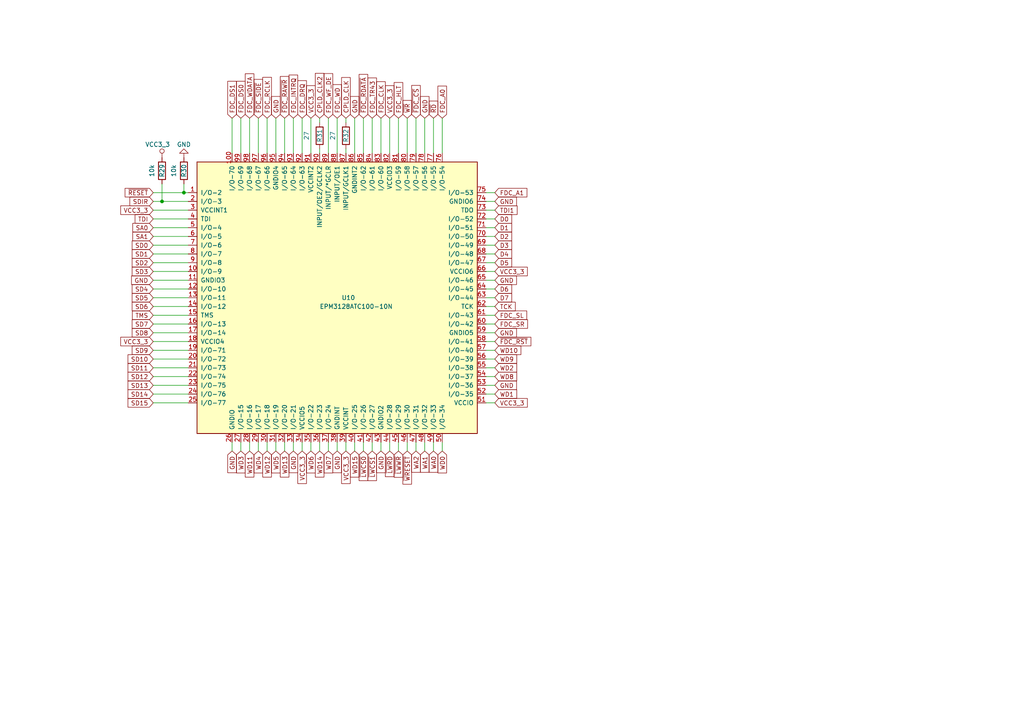
<source format=kicad_sch>
(kicad_sch (version 20250114) (generator "eeschema") (generator_version "9.0")
  (paper "A4")
  (title_block (title "Karabas Pro") (date "2024-05-01") (rev "F"))
  (lib_symbols
    (symbol "Device:R" (pin_numbers (hide yes)) (pin_names (offset 0))
      (property "Reference" "R" (at 2.032 0 90))
      (property "Value" "R" (at 0 0 90))
      (symbol "R_0_1"
        (rectangle (start -1.016 -2.54) (end 1.016 2.54) (stroke (width 0.254)))
      )
      (symbol "R_1_1"
        (pin passive line (at 0 3.81 270) (length 1.27) (name "~") (number "1"))
        (pin passive line (at 0 -3.81 90) (length 1.27) (name "~") (number "2"))
      )
    )
    (symbol "power:GND" (power) (pin_names (offset 0))
      (property "Value" "GND" (at 0 -3.81 0))
      (symbol "GND_0_1"
        (polyline (pts (xy 0 0) (xy 0 -1.27) (xy 1.27 -1.27) (xy 0 -2.54) (xy -1.27 -1.27) (xy 0 -1.27)))
      )
      (symbol "GND_1_1"
        (pin power_in line (at 0 0 270) (length 0) (hide yes) (name "GND") (number "1"))
      )
    )
    (symbol "retro:EPM7128STC100" (pin_names (offset 1.016))
      (property "Reference" "U" (at -2.54 6.35 0))
      (property "Value" "EPM7128STC100" (at -2.54 2.54 0))
      (symbol "EPM7128STC100_0_1"
        (rectangle (start -43.18 43.18) (end 38.1 -35.56) (stroke (width 0.254)) (fill (type background)))
      )
      (symbol "EPM7128STC100_1_1"
        (pin bidirectional line (at -45.72 34.29 0) (length 2.54) (name "I/O-2") (number "1"))
        (pin bidirectional line (at -45.72 31.75 0) (length 2.54) (name "I/O-3") (number "2"))
        (pin power_in line (at -45.72 29.21 0) (length 2.54) (name "VCCINT1") (number "3"))
        (pin input line (at -45.72 26.67 0) (length 2.54) (name "TDI") (number "4"))
        (pin bidirectional line (at -45.72 24.13 0) (length 2.54) (name "I/O-4") (number "5"))
        (pin bidirectional line (at -45.72 21.59 0) (length 2.54) (name "I/O-5") (number "6"))
        (pin bidirectional line (at -45.72 19.05 0) (length 2.54) (name "I/O-6") (number "7"))
        (pin bidirectional line (at -45.72 16.51 0) (length 2.54) (name "I/O-7") (number "8"))
        (pin bidirectional line (at -45.72 13.97 0) (length 2.54) (name "I/O-8") (number "9"))
        (pin bidirectional line (at -45.72 11.43 0) (length 2.54) (name "I/O-9") (number "10"))
        (pin power_in line (at -45.72 8.89 0) (length 2.54) (name "GNDIO3") (number "11"))
        (pin bidirectional line (at -45.72 6.35 0) (length 2.54) (name "I/O-10") (number "12"))
        (pin bidirectional line (at -45.72 3.81 0) (length 2.54) (name "I/O-11") (number "13"))
        (pin bidirectional line (at -45.72 1.27 0) (length 2.54) (name "I/O-12") (number "14"))
        (pin input line (at -45.72 -1.27 0) (length 2.54) (name "TMS") (number "15"))
        (pin bidirectional line (at -45.72 -3.81 0) (length 2.54) (name "I/O-13") (number "16"))
        (pin bidirectional line (at -45.72 -6.35 0) (length 2.54) (name "I/O-14") (number "17"))
        (pin power_in line (at -45.72 -8.89 0) (length 2.54) (name "VCCIO4") (number "18"))
        (pin bidirectional line (at -45.72 -11.43 0) (length 2.54) (name "I/O-71") (number "19"))
        (pin bidirectional line (at -45.72 -13.97 0) (length 2.54) (name "I/O-72") (number "20"))
        (pin bidirectional line (at -45.72 -16.51 0) (length 2.54) (name "I/O-73") (number "21"))
        (pin bidirectional line (at -45.72 -19.05 0) (length 2.54) (name "I/O-74") (number "22"))
        (pin bidirectional line (at -45.72 -21.59 0) (length 2.54) (name "I/O-75") (number "23"))
        (pin bidirectional line (at -45.72 -24.13 0) (length 2.54) (name "I/O-76") (number "24"))
        (pin bidirectional line (at -45.72 -26.67 0) (length 2.54) (name "I/O-77") (number "25"))
        (pin bidirectional line (at -33.02 45.72 270) (length 2.54) (name "I/O-70") (number "100"))
        (pin power_in line (at -33.02 -38.1 90) (length 2.54) (name "GNDIO") (number "26"))
        (pin bidirectional line (at -30.48 45.72 270) (length 2.54) (name "I/O-69") (number "99"))
        (pin bidirectional line (at -30.48 -38.1 90) (length 2.54) (name "I/O-15") (number "27"))
        (pin bidirectional line (at -27.94 45.72 270) (length 2.54) (name "I/O-68") (number "98"))
        (pin bidirectional line (at -27.94 -38.1 90) (length 2.54) (name "I/O-16") (number "28"))
        (pin bidirectional line (at -25.4 45.72 270) (length 2.54) (name "I/O-67") (number "97"))
        (pin bidirectional line (at -25.4 -38.1 90) (length 2.54) (name "I/O-17") (number "29"))
        (pin bidirectional line (at -22.86 45.72 270) (length 2.54) (name "I/O-66") (number "96"))
        (pin bidirectional line (at -22.86 -38.1 90) (length 2.54) (name "I/O-18") (number "30"))
        (pin power_in line (at -20.32 45.72 270) (length 2.54) (name "GNDIO4") (number "95"))
        (pin bidirectional line (at -20.32 -38.1 90) (length 2.54) (name "I/O-19") (number "31"))
        (pin bidirectional line (at -17.78 45.72 270) (length 2.54) (name "I/O-65") (number "94"))
        (pin bidirectional line (at -17.78 -38.1 90) (length 2.54) (name "I/O-20") (number "32"))
        (pin bidirectional line (at -15.24 45.72 270) (length 2.54) (name "I/O-64") (number "93"))
        (pin bidirectional line (at -15.24 -38.1 90) (length 2.54) (name "I/O-21") (number "33"))
        (pin bidirectional line (at -12.7 45.72 270) (length 2.54) (name "I/O-63") (number "92"))
        (pin power_in line (at -12.7 -38.1 90) (length 2.54) (name "VCCIO5") (number "34"))
        (pin power_in line (at -10.16 45.72 270) (length 2.54) (name "VCCINT2") (number "91"))
        (pin bidirectional line (at -10.16 -38.1 90) (length 2.54) (name "I/O-22") (number "35"))
        (pin input line (at -7.62 45.72 270) (length 2.54) (name "INPUT/OE2/GCLK2") (number "90"))
        (pin bidirectional line (at -7.62 -38.1 90) (length 2.54) (name "I/O-23") (number "36"))
        (pin input line (at -5.08 45.72 270) (length 2.54) (name "INPUT/*GCLR") (number "89"))
        (pin bidirectional line (at -5.08 -38.1 90) (length 2.54) (name "I/O-24") (number "37"))
        (pin input line (at -2.54 45.72 270) (length 2.54) (name "INPUT/OE1") (number "88"))
        (pin power_in line (at -2.54 -38.1 90) (length 2.54) (name "GNDINT") (number "38"))
        (pin input line (at 0 45.72 270) (length 2.54) (name "INPUT/GCLK1") (number "87"))
        (pin power_in line (at 0 -38.1 90) (length 2.54) (name "VCCINT") (number "39"))
        (pin power_in line (at 2.54 45.72 270) (length 2.54) (name "GNDINT2") (number "86"))
        (pin bidirectional line (at 2.54 -38.1 90) (length 2.54) (name "I/O-25") (number "40"))
        (pin bidirectional line (at 5.08 45.72 270) (length 2.54) (name "I/O-62") (number "85"))
        (pin bidirectional line (at 5.08 -38.1 90) (length 2.54) (name "I/O-26") (number "41"))
        (pin bidirectional line (at 7.62 45.72 270) (length 2.54) (name "I/O-61") (number "84"))
        (pin bidirectional line (at 7.62 -38.1 90) (length 2.54) (name "I/O-27") (number "42"))
        (pin bidirectional line (at 10.16 45.72 270) (length 2.54) (name "I/O-60") (number "83"))
        (pin power_in line (at 10.16 -38.1 90) (length 2.54) (name "GNDIO2") (number "43"))
        (pin power_in line (at 12.7 45.72 270) (length 2.54) (name "VCCIO3") (number "82"))
        (pin bidirectional line (at 12.7 -38.1 90) (length 2.54) (name "I/O-28") (number "44"))
        (pin bidirectional line (at 15.24 45.72 270) (length 2.54) (name "I/O-59") (number "81"))
        (pin bidirectional line (at 15.24 -38.1 90) (length 2.54) (name "I/O-29") (number "45"))
        (pin bidirectional line (at 17.78 45.72 270) (length 2.54) (name "I/O-58") (number "80"))
        (pin bidirectional line (at 17.78 -38.1 90) (length 2.54) (name "I/O-30") (number "46"))
        (pin bidirectional line (at 20.32 45.72 270) (length 2.54) (name "I/O-57") (number "79"))
        (pin bidirectional line (at 20.32 -38.1 90) (length 2.54) (name "I/O-31") (number "47"))
        (pin bidirectional line (at 22.86 45.72 270) (length 2.54) (name "I/O-56") (number "78"))
        (pin bidirectional line (at 22.86 -38.1 90) (length 2.54) (name "I/O-32") (number "48"))
        (pin bidirectional line (at 25.4 45.72 270) (length 2.54) (name "I/O-55") (number "77"))
        (pin bidirectional line (at 25.4 -38.1 90) (length 2.54) (name "I/O-33") (number "49"))
        (pin bidirectional line (at 27.94 45.72 270) (length 2.54) (name "I/O-54") (number "76"))
        (pin bidirectional line (at 27.94 -38.1 90) (length 2.54) (name "I/O-34") (number "50"))
        (pin bidirectional line (at 40.64 34.29 180) (length 2.54) (name "I/O-53") (number "75"))
        (pin power_in line (at 40.64 31.75 180) (length 2.54) (name "GNDIO6") (number "74"))
        (pin output line (at 40.64 29.21 180) (length 2.54) (name "TDO") (number "73"))
        (pin bidirectional line (at 40.64 26.67 180) (length 2.54) (name "I/O-52") (number "72"))
        (pin bidirectional line (at 40.64 24.13 180) (length 2.54) (name "I/O-51") (number "71"))
        (pin bidirectional line (at 40.64 21.59 180) (length 2.54) (name "I/O-50") (number "70"))
        (pin bidirectional line (at 40.64 19.05 180) (length 2.54) (name "I/O-49") (number "69"))
        (pin bidirectional line (at 40.64 16.51 180) (length 2.54) (name "I/O-48") (number "68"))
        (pin bidirectional line (at 40.64 13.97 180) (length 2.54) (name "I/O-47") (number "67"))
        (pin power_in line (at 40.64 11.43 180) (length 2.54) (name "VCCIO6") (number "66"))
        (pin bidirectional line (at 40.64 8.89 180) (length 2.54) (name "I/O-46") (number "65"))
        (pin bidirectional line (at 40.64 6.35 180) (length 2.54) (name "I/O-45") (number "64"))
        (pin bidirectional line (at 40.64 3.81 180) (length 2.54) (name "I/O-44") (number "63"))
        (pin input line (at 40.64 1.27 180) (length 2.54) (name "TCK") (number "62"))
        (pin bidirectional line (at 40.64 -1.27 180) (length 2.54) (name "I/O-43") (number "61"))
        (pin bidirectional line (at 40.64 -3.81 180) (length 2.54) (name "I/O-42") (number "60"))
        (pin power_in line (at 40.64 -6.35 180) (length 2.54) (name "GNDIO5") (number "59"))
        (pin bidirectional line (at 40.64 -8.89 180) (length 2.54) (name "I/O-41") (number "58"))
        (pin bidirectional line (at 40.64 -11.43 180) (length 2.54) (name "I/O-40") (number "57"))
        (pin bidirectional line (at 40.64 -13.97 180) (length 2.54) (name "I/O-39") (number "56"))
        (pin bidirectional line (at 40.64 -16.51 180) (length 2.54) (name "I/O-38") (number "55"))
        (pin bidirectional line (at 40.64 -19.05 180) (length 2.54) (name "I/O-37") (number "54"))
        (pin bidirectional line (at 40.64 -21.59 180) (length 2.54) (name "I/O-36") (number "53"))
        (pin bidirectional line (at 40.64 -24.13 180) (length 2.54) (name "I/O-35") (number "52"))
        (pin power_in line (at 40.64 -26.67 180) (length 2.54) (name "VCCIO") (number "51"))
      )
    )
    (symbol "vcc33:VCC3_3" (power) (pin_names (offset 0))
      (property "Value" "VCC3_3" (at 0 3.81 0))
      (symbol "VCC3_3_0_1"
        (circle (center 0 1.905) (radius 0.635))
        (polyline (pts (xy 0 0) (xy 0 1.27)))
      )
      (symbol "VCC3_3_1_1"
        (pin power_in line (at 0 0 90) (length 0) (hide yes) (name "VCC3_3") (number "1"))
      )
    )
  )
  (junction (at 53.34 55.88))
  (junction (at 46.99 58.42))
  (wire (pts (xy 54.61 73.66) (xy 44.45 73.66)))
  (wire (pts (xy 113.03 34.29) (xy 113.03 44.45)))
  (wire (pts (xy 143.51 73.66) (xy 140.97 73.66)))
  (wire (pts (xy 87.63 128.27) (xy 87.63 130.81)))
  (wire (pts (xy 44.45 91.44) (xy 54.61 91.44)))
  (wire (pts (xy 77.47 128.27) (xy 77.47 130.81)))
  (wire (pts (xy 128.27 130.81) (xy 128.27 128.27)))
  (wire (pts (xy 82.55 128.27) (xy 82.55 130.81)))
  (wire (pts (xy 143.51 88.9) (xy 140.97 88.9)))
  (wire (pts (xy 90.17 128.27) (xy 90.17 130.81)))
  (wire (pts (xy 85.09 44.45) (xy 85.09 34.29)))
  (wire (pts (xy 140.97 66.04) (xy 143.51 66.04)))
  (wire (pts (xy 74.93 128.27) (xy 74.93 130.81)))
  (wire (pts (xy 53.34 53.34) (xy 53.34 55.88)))
  (wire (pts (xy 95.25 128.27) (xy 95.25 130.81)))
  (wire (pts (xy 54.61 58.42) (xy 46.99 58.42)))
  (wire (pts (xy 44.45 71.12) (xy 54.61 71.12)))
  (wire (pts (xy 140.97 76.2) (xy 143.51 76.2)))
  (wire (pts (xy 143.51 83.82) (xy 140.97 83.82)))
  (wire (pts (xy 44.45 101.6) (xy 54.61 101.6)))
  (wire (pts (xy 125.73 44.45) (xy 125.73 34.29)))
  (wire (pts (xy 107.95 34.29) (xy 107.95 44.45)))
  (wire (pts (xy 44.45 58.42) (xy 46.99 58.42)))
  (wire (pts (xy 67.31 34.29) (xy 67.31 44.45)))
  (wire (pts (xy 115.57 128.27) (xy 115.57 130.81)))
  (wire (pts (xy 97.79 34.29) (xy 97.79 44.45)))
  (wire (pts (xy 105.41 44.45) (xy 105.41 34.29)))
  (wire (pts (xy 67.31 128.27) (xy 67.31 130.81)))
  (wire (pts (xy 54.61 99.06) (xy 44.45 99.06)))
  (wire (pts (xy 54.61 63.5) (xy 44.45 63.5)))
  (wire (pts (xy 140.97 101.6) (xy 143.51 101.6)))
  (wire (pts (xy 140.97 81.28) (xy 143.51 81.28)))
  (wire (pts (xy 44.45 106.68) (xy 54.61 106.68)))
  (wire (pts (xy 128.27 34.29) (xy 128.27 44.45)))
  (wire (pts (xy 69.85 44.45) (xy 69.85 34.29)))
  (wire (pts (xy 100.33 44.45) (xy 100.33 43.18)))
  (wire (pts (xy 110.49 44.45) (xy 110.49 34.29)))
  (wire (pts (xy 44.45 111.76) (xy 54.61 111.76)))
  (wire (pts (xy 113.03 130.81) (xy 113.03 128.27)))
  (wire (pts (xy 100.33 35.56) (xy 100.33 34.29)))
  (wire (pts (xy 54.61 83.82) (xy 44.45 83.82)))
  (wire (pts (xy 44.45 96.52) (xy 54.61 96.52)))
  (wire (pts (xy 140.97 116.84) (xy 143.51 116.84)))
  (wire (pts (xy 80.01 44.45) (xy 80.01 34.29)))
  (wire (pts (xy 46.99 53.34) (xy 46.99 58.42)))
  (wire (pts (xy 54.61 114.3) (xy 44.45 114.3)))
  (wire (pts (xy 120.65 44.45) (xy 120.65 34.29)))
  (wire (pts (xy 143.51 68.58) (xy 140.97 68.58)))
  (wire (pts (xy 77.47 34.29) (xy 77.47 44.45)))
  (wire (pts (xy 110.49 128.27) (xy 110.49 130.81)))
  (wire (pts (xy 80.01 128.27) (xy 80.01 130.81)))
  (wire (pts (xy 97.79 130.81) (xy 97.79 128.27)))
  (wire (pts (xy 54.61 109.22) (xy 44.45 109.22)))
  (wire (pts (xy 140.97 55.88) (xy 143.51 55.88)))
  (wire (pts (xy 44.45 76.2) (xy 54.61 76.2)))
  (wire (pts (xy 143.51 104.14) (xy 140.97 104.14)))
  (wire (pts (xy 44.45 86.36) (xy 54.61 86.36)))
  (wire (pts (xy 82.55 34.29) (xy 82.55 44.45)))
  (wire (pts (xy 92.71 130.81) (xy 92.71 128.27)))
  (wire (pts (xy 143.51 109.22) (xy 140.97 109.22)))
  (wire (pts (xy 120.65 128.27) (xy 120.65 130.81)))
  (wire (pts (xy 44.45 81.28) (xy 54.61 81.28)))
  (wire (pts (xy 118.11 34.29) (xy 118.11 44.45)))
  (wire (pts (xy 72.39 128.27) (xy 72.39 130.81)))
  (wire (pts (xy 143.51 58.42) (xy 140.97 58.42)))
  (wire (pts (xy 44.45 66.04) (xy 54.61 66.04)))
  (wire (pts (xy 90.17 44.45) (xy 90.17 34.29)))
  (wire (pts (xy 85.09 128.27) (xy 85.09 130.81)))
  (wire (pts (xy 92.71 44.45) (xy 92.71 43.18)))
  (wire (pts (xy 140.97 106.68) (xy 143.51 106.68)))
  (wire (pts (xy 107.95 130.81) (xy 107.95 128.27)))
  (wire (pts (xy 143.51 99.06) (xy 140.97 99.06)))
  (wire (pts (xy 92.71 35.56) (xy 92.71 34.29)))
  (wire (pts (xy 74.93 44.45) (xy 74.93 34.29)))
  (wire (pts (xy 44.45 116.84) (xy 54.61 116.84)))
  (wire (pts (xy 140.97 96.52) (xy 143.51 96.52)))
  (wire (pts (xy 118.11 130.81) (xy 118.11 128.27)))
  (wire (pts (xy 125.73 128.27) (xy 125.73 130.81)))
  (wire (pts (xy 143.51 63.5) (xy 140.97 63.5)))
  (wire (pts (xy 44.45 60.96) (xy 54.61 60.96)))
  (wire (pts (xy 54.61 93.98) (xy 44.45 93.98)))
  (wire (pts (xy 54.61 68.58) (xy 44.45 68.58)))
  (wire (pts (xy 102.87 130.81) (xy 102.87 128.27)))
  (wire (pts (xy 123.19 130.81) (xy 123.19 128.27)))
  (wire (pts (xy 44.45 55.88) (xy 53.34 55.88)))
  (wire (pts (xy 143.51 78.74) (xy 140.97 78.74)))
  (wire (pts (xy 54.61 88.9) (xy 44.45 88.9)))
  (wire (pts (xy 100.33 128.27) (xy 100.33 130.81)))
  (wire (pts (xy 140.97 111.76) (xy 143.51 111.76)))
  (wire (pts (xy 54.61 78.74) (xy 44.45 78.74)))
  (wire (pts (xy 105.41 130.81) (xy 105.41 128.27)))
  (wire (pts (xy 95.25 44.45) (xy 95.25 34.29)))
  (wire (pts (xy 102.87 34.29) (xy 102.87 44.45)))
  (wire (pts (xy 143.51 93.98) (xy 140.97 93.98)))
  (wire (pts (xy 53.34 55.88) (xy 54.61 55.88)))
  (wire (pts (xy 69.85 128.27) (xy 69.85 130.81)))
  (wire (pts (xy 140.97 91.44) (xy 143.51 91.44)))
  (wire (pts (xy 140.97 60.96) (xy 143.51 60.96)))
  (wire (pts (xy 72.39 34.29) (xy 72.39 44.45)))
  (wire (pts (xy 140.97 86.36) (xy 143.51 86.36)))
  (wire (pts (xy 123.19 34.29) (xy 123.19 44.45)))
  (wire (pts (xy 143.51 114.3) (xy 140.97 114.3)))
  (wire (pts (xy 115.57 44.45) (xy 115.57 34.29)))
  (wire (pts (xy 87.63 34.29) (xy 87.63 44.45)))
  (wire (pts (xy 140.97 71.12) (xy 143.51 71.12)))
  (wire (pts (xy 54.61 104.14) (xy 44.45 104.14)))
  (global_label "FDC_DS0" (shape input) (at 69.85 34.29 90) (property "Intersheetrefs" "${INTERSHEET_REFS}" (effects (hide yes))))
  (global_label "FDC_CLK" (shape input) (at 110.49 34.29 90) (property "Intersheetrefs" "${INTERSHEET_REFS}" (effects (hide yes))))
  (global_label "~{LWCS0}" (shape input) (at 105.41 130.81 270) (property "Intersheetrefs" "${INTERSHEET_REFS}" (effects (hide yes))))
  (global_label "SD11" (shape input) (at 44.45 106.68 180) (property "Intersheetrefs" "${INTERSHEET_REFS}" (effects (hide yes))))
  (global_label "VCC3_3" (shape input) (at 143.51 116.84 0) (property "Intersheetrefs" "${INTERSHEET_REFS}" (effects (hide yes))))
  (global_label "GND" (shape input) (at 102.87 34.29 90) (property "Intersheetrefs" "${INTERSHEET_REFS}" (effects (hide yes))))
  (global_label "GND" (shape input) (at 85.09 130.81 270) (property "Intersheetrefs" "${INTERSHEET_REFS}" (effects (hide yes))))
  (global_label "VCC3_3" (shape input) (at 44.45 99.06 180) (property "Intersheetrefs" "${INTERSHEET_REFS}" (effects (hide yes))))
  (global_label "WA0" (shape input) (at 125.73 130.81 270) (property "Intersheetrefs" "${INTERSHEET_REFS}" (effects (hide yes))))
  (global_label "SA0" (shape input) (at 44.45 66.04 180) (property "Intersheetrefs" "${INTERSHEET_REFS}" (effects (hide yes))))
  (global_label "SA1" (shape input) (at 44.45 68.58 180) (property "Intersheetrefs" "${INTERSHEET_REFS}" (effects (hide yes))))
  (global_label "SD12" (shape input) (at 44.45 109.22 180) (property "Intersheetrefs" "${INTERSHEET_REFS}" (effects (hide yes))))
  (global_label "WD2" (shape input) (at 143.51 106.68 0) (property "Intersheetrefs" "${INTERSHEET_REFS}" (effects (hide yes))))
  (global_label "~{WRESET}" (shape input) (at 118.11 130.81 270) (property "Intersheetrefs" "${INTERSHEET_REFS}" (effects (hide yes))))
  (global_label "WD5" (shape input) (at 80.01 130.81 270) (property "Intersheetrefs" "${INTERSHEET_REFS}" (effects (hide yes))))
  (global_label "~{FDC_RST}" (shape input) (at 143.51 99.06 0) (property "Intersheetrefs" "${INTERSHEET_REFS}" (effects (hide yes))))
  (global_label "WD7" (shape input) (at 95.25 130.81 270) (property "Intersheetrefs" "${INTERSHEET_REFS}" (effects (hide yes))))
  (global_label "GND" (shape input) (at 44.45 81.28 180) (property "Intersheetrefs" "${INTERSHEET_REFS}" (effects (hide yes))))
  (global_label "FDC_WD" (shape input) (at 97.79 34.29 90) (property "Intersheetrefs" "${INTERSHEET_REFS}" (effects (hide yes))))
  (global_label "WD13" (shape input) (at 82.55 130.81 270) (property "Intersheetrefs" "${INTERSHEET_REFS}" (effects (hide yes))))
  (global_label "SD7" (shape input) (at 44.45 93.98 180) (property "Intersheetrefs" "${INTERSHEET_REFS}" (effects (hide yes))))
  (global_label "SD15" (shape input) (at 44.45 116.84 180) (property "Intersheetrefs" "${INTERSHEET_REFS}" (effects (hide yes))))
  (global_label "SD10" (shape input) (at 44.45 104.14 180) (property "Intersheetrefs" "${INTERSHEET_REFS}" (effects (hide yes))))
  (global_label "WD15" (shape input) (at 102.87 130.81 270) (property "Intersheetrefs" "${INTERSHEET_REFS}" (effects (hide yes))))
  (global_label "~{LWWR}" (shape input) (at 115.57 130.81 270) (property "Intersheetrefs" "${INTERSHEET_REFS}" (effects (hide yes))))
  (global_label "SDIR" (shape input) (at 44.45 58.42 180) (property "Intersheetrefs" "${INTERSHEET_REFS}" (effects (hide yes))))
  (global_label "CPLD_CLK" (shape input) (at 100.33 34.29 90) (property "Intersheetrefs" "${INTERSHEET_REFS}" (effects (hide yes))))
  (global_label "SD0" (shape input) (at 44.45 71.12 180) (property "Intersheetrefs" "${INTERSHEET_REFS}" (effects (hide yes))))
  (global_label "WD8" (shape input) (at 143.51 109.22 0) (property "Intersheetrefs" "${INTERSHEET_REFS}" (effects (hide yes))))
  (global_label "FDC_INTRQ" (shape input) (at 85.09 34.29 90) (property "Intersheetrefs" "${INTERSHEET_REFS}" (effects (hide yes))))
  (global_label "CPLD_CLK2" (shape input) (at 92.71 34.29 90) (property "Intersheetrefs" "${INTERSHEET_REFS}" (effects (hide yes))))
  (global_label "D4" (shape input) (at 143.51 73.66 0) (property "Intersheetrefs" "${INTERSHEET_REFS}" (effects (hide yes))))
  (global_label "FDC_WF_DE" (shape input) (at 95.25 34.29 90) (property "Intersheetrefs" "${INTERSHEET_REFS}" (effects (hide yes))))
  (global_label "FDC_A1" (shape input) (at 143.51 55.88 0) (property "Intersheetrefs" "${INTERSHEET_REFS}" (effects (hide yes))))
  (global_label "WD14" (shape input) (at 92.71 130.81 270) (property "Intersheetrefs" "${INTERSHEET_REFS}" (effects (hide yes))))
  (global_label "~{RESET}" (shape input) (at 44.45 55.88 180) (property "Intersheetrefs" "${INTERSHEET_REFS}" (effects (hide yes))))
  (global_label "~{LWRD}" (shape input) (at 113.03 130.81 270) (property "Intersheetrefs" "${INTERSHEET_REFS}" (effects (hide yes))))
  (global_label "SD6" (shape input) (at 44.45 88.9 180) (property "Intersheetrefs" "${INTERSHEET_REFS}" (effects (hide yes))))
  (global_label "~{WR}" (shape input) (at 118.11 34.29 90) (property "Intersheetrefs" "${INTERSHEET_REFS}" (effects (hide yes))))
  (global_label "GND" (shape input) (at 110.49 130.81 270) (property "Intersheetrefs" "${INTERSHEET_REFS}" (effects (hide yes))))
  (global_label "GND" (shape input) (at 67.31 130.81 270) (property "Intersheetrefs" "${INTERSHEET_REFS}" (effects (hide yes))))
  (global_label "D6" (shape input) (at 143.51 83.82 0) (property "Intersheetrefs" "${INTERSHEET_REFS}" (effects (hide yes))))
  (global_label "~{LWCS1}" (shape input) (at 107.95 130.81 270) (property "Intersheetrefs" "${INTERSHEET_REFS}" (effects (hide yes))))
  (global_label "GND" (shape input) (at 97.79 130.81 270) (property "Intersheetrefs" "${INTERSHEET_REFS}" (effects (hide yes))))
  (global_label "TDI" (shape input) (at 44.45 63.5 180) (property "Intersheetrefs" "${INTERSHEET_REFS}" (effects (hide yes))))
  (global_label "VCC3_3" (shape input) (at 87.63 130.81 270) (property "Intersheetrefs" "${INTERSHEET_REFS}" (effects (hide yes))))
  (global_label "WD3" (shape input) (at 69.85 130.81 270) (property "Intersheetrefs" "${INTERSHEET_REFS}" (effects (hide yes))))
  (global_label "FDC_HLT" (shape input) (at 115.57 34.29 90) (property "Intersheetrefs" "${INTERSHEET_REFS}" (effects (hide yes))))
  (global_label "VCC3_3" (shape input) (at 100.33 130.81 270) (property "Intersheetrefs" "${INTERSHEET_REFS}" (effects (hide yes))))
  (global_label "WD6" (shape input) (at 90.17 130.81 270) (property "Intersheetrefs" "${INTERSHEET_REFS}" (effects (hide yes))))
  (global_label "FDC_SR" (shape input) (at 143.51 93.98 0) (property "Intersheetrefs" "${INTERSHEET_REFS}" (effects (hide yes))))
  (global_label "FDC_TR43" (shape input) (at 107.95 34.29 90) (property "Intersheetrefs" "${INTERSHEET_REFS}" (effects (hide yes))))
  (global_label "SD5" (shape input) (at 44.45 86.36 180) (property "Intersheetrefs" "${INTERSHEET_REFS}" (effects (hide yes))))
  (global_label "VCC3_3" (shape input) (at 90.17 34.29 90) (property "Intersheetrefs" "${INTERSHEET_REFS}" (effects (hide yes))))
  (global_label "SD13" (shape input) (at 44.45 111.76 180) (property "Intersheetrefs" "${INTERSHEET_REFS}" (effects (hide yes))))
  (global_label "WD4" (shape input) (at 74.93 130.81 270) (property "Intersheetrefs" "${INTERSHEET_REFS}" (effects (hide yes))))
  (global_label "SD2" (shape input) (at 44.45 76.2 180) (property "Intersheetrefs" "${INTERSHEET_REFS}" (effects (hide yes))))
  (global_label "WD0" (shape input) (at 128.27 130.81 270) (property "Intersheetrefs" "${INTERSHEET_REFS}" (effects (hide yes))))
  (global_label "WD1" (shape input) (at 143.51 114.3 0) (property "Intersheetrefs" "${INTERSHEET_REFS}" (effects (hide yes))))
  (global_label "TCK" (shape input) (at 143.51 88.9 0) (property "Intersheetrefs" "${INTERSHEET_REFS}" (effects (hide yes))))
  (global_label "WA2" (shape input) (at 120.65 130.81 270) (property "Intersheetrefs" "${INTERSHEET_REFS}" (effects (hide yes))))
  (global_label "TDI1" (shape input) (at 143.51 60.96 0) (property "Intersheetrefs" "${INTERSHEET_REFS}" (effects (hide yes))))
  (global_label "GND" (shape input) (at 123.19 34.29 90) (property "Intersheetrefs" "${INTERSHEET_REFS}" (effects (hide yes))))
  (global_label "~{FDC_CS}" (shape input) (at 120.65 34.29 90) (property "Intersheetrefs" "${INTERSHEET_REFS}" (effects (hide yes))))
  (global_label "SD8" (shape input) (at 44.45 96.52 180) (property "Intersheetrefs" "${INTERSHEET_REFS}" (effects (hide yes))))
  (global_label "D2" (shape input) (at 143.51 68.58 0) (property "Intersheetrefs" "${INTERSHEET_REFS}" (effects (hide yes))))
  (global_label "~{FDC_RAWR}" (shape input) (at 82.55 34.29 90) (property "Intersheetrefs" "${INTERSHEET_REFS}" (effects (hide yes))))
  (global_label "GND" (shape input) (at 80.01 34.29 90) (property "Intersheetrefs" "${INTERSHEET_REFS}" (effects (hide yes))))
  (global_label "D7" (shape input) (at 143.51 86.36 0) (property "Intersheetrefs" "${INTERSHEET_REFS}" (effects (hide yes))))
  (global_label "D0" (shape input) (at 143.51 63.5 0) (property "Intersheetrefs" "${INTERSHEET_REFS}" (effects (hide yes))))
  (global_label "D1" (shape input) (at 143.51 66.04 0) (property "Intersheetrefs" "${INTERSHEET_REFS}" (effects (hide yes))))
  (global_label "TMS" (shape input) (at 44.45 91.44 180) (property "Intersheetrefs" "${INTERSHEET_REFS}" (effects (hide yes))))
  (global_label "WA1" (shape input) (at 123.19 130.81 270) (property "Intersheetrefs" "${INTERSHEET_REFS}" (effects (hide yes))))
  (global_label "D3" (shape input) (at 143.51 71.12 0) (property "Intersheetrefs" "${INTERSHEET_REFS}" (effects (hide yes))))
  (global_label "GND" (shape input) (at 143.51 96.52 0) (property "Intersheetrefs" "${INTERSHEET_REFS}" (effects (hide yes))))
  (global_label "WD11" (shape input) (at 72.39 130.81 270) (property "Intersheetrefs" "${INTERSHEET_REFS}" (effects (hide yes))))
  (global_label "~{FDC_SIDE}" (shape input) (at 74.93 34.29 90) (property "Intersheetrefs" "${INTERSHEET_REFS}" (effects (hide yes))))
  (global_label "VCC3_3" (shape input) (at 44.45 60.96 180) (property "Intersheetrefs" "${INTERSHEET_REFS}" (effects (hide yes))))
  (global_label "WD12" (shape input) (at 77.47 130.81 270) (property "Intersheetrefs" "${INTERSHEET_REFS}" (effects (hide yes))))
  (global_label "FDC_DRQ" (shape input) (at 87.63 34.29 90) (property "Intersheetrefs" "${INTERSHEET_REFS}" (effects (hide yes))))
  (global_label "FDC_A0" (shape input) (at 128.27 34.29 90) (property "Intersheetrefs" "${INTERSHEET_REFS}" (effects (hide yes))))
  (global_label "GND" (shape input) (at 143.51 81.28 0) (property "Intersheetrefs" "${INTERSHEET_REFS}" (effects (hide yes))))
  (global_label "~{RD}" (shape input) (at 125.73 34.29 90) (property "Intersheetrefs" "${INTERSHEET_REFS}" (effects (hide yes))))
  (global_label "SD4" (shape input) (at 44.45 83.82 180) (property "Intersheetrefs" "${INTERSHEET_REFS}" (effects (hide yes))))
  (global_label "SD9" (shape input) (at 44.45 101.6 180) (property "Intersheetrefs" "${INTERSHEET_REFS}" (effects (hide yes))))
  (global_label "SD3" (shape input) (at 44.45 78.74 180) (property "Intersheetrefs" "${INTERSHEET_REFS}" (effects (hide yes))))
  (global_label "SD1" (shape input) (at 44.45 73.66 180) (property "Intersheetrefs" "${INTERSHEET_REFS}" (effects (hide yes))))
  (global_label "SD14" (shape input) (at 44.45 114.3 180) (property "Intersheetrefs" "${INTERSHEET_REFS}" (effects (hide yes))))
  (global_label "GND" (shape input) (at 143.51 58.42 0) (property "Intersheetrefs" "${INTERSHEET_REFS}" (effects (hide yes))))
  (global_label "D5" (shape input) (at 143.51 76.2 0) (property "Intersheetrefs" "${INTERSHEET_REFS}" (effects (hide yes))))
  (global_label "VCC3_3" (shape input) (at 143.51 78.74 0) (property "Intersheetrefs" "${INTERSHEET_REFS}" (effects (hide yes))))
  (global_label "FDC_SL" (shape input) (at 143.51 91.44 0) (property "Intersheetrefs" "${INTERSHEET_REFS}" (effects (hide yes))))
  (global_label "FDC_RCLK" (shape input) (at 77.47 34.29 90) (property "Intersheetrefs" "${INTERSHEET_REFS}" (effects (hide yes))))
  (global_label "GND" (shape input) (at 143.51 111.76 0) (property "Intersheetrefs" "${INTERSHEET_REFS}" (effects (hide yes))))
  (global_label "WD9" (shape input) (at 143.51 104.14 0) (property "Intersheetrefs" "${INTERSHEET_REFS}" (effects (hide yes))))
  (global_label "FDC_WDATA" (shape input) (at 72.39 34.29 90) (property "Intersheetrefs" "${INTERSHEET_REFS}" (effects (hide yes))))
  (global_label "~{FDC_RDATA}" (shape input) (at 105.41 34.29 90) (property "Intersheetrefs" "${INTERSHEET_REFS}" (effects (hide yes))))
  (global_label "WD10" (shape input) (at 143.51 101.6 0) (property "Intersheetrefs" "${INTERSHEET_REFS}" (effects (hide yes))))
  (global_label "VCC3_3" (shape input) (at 113.03 34.29 90) (property "Intersheetrefs" "${INTERSHEET_REFS}" (effects (hide yes))))
  (global_label "FDC_DS1" (shape input) (at 67.31 34.29 90) (property "Intersheetrefs" "${INTERSHEET_REFS}" (effects (hide yes))))
  (symbol (lib_id "Device:R") (at 53.34 49.53 180) (unit 1)
    (property "Reference" "R30" (at 53.34 49.53 90))
    (property "Value" "10k" (at 50.3936 49.53 90))
    (property "Footprint" "Resistor_SMD:R_0805_2012Metric_Pad1.15x1.40mm_HandSolder" (effects (hide yes)))
  )
  (symbol (lib_id "Device:R") (at 100.33 39.37 180) (unit 1)
    (property "Reference" "R32" (at 100.33 39.37 90))
    (property "Value" "27" (at 96.52 39.37 90))
    (property "Footprint" "Resistor_SMD:R_0805_2012Metric_Pad1.15x1.40mm_HandSolder" (effects (hide yes)))
  )
  (symbol (lib_id "retro:EPM7128STC100") (at 100.33 90.17 0) (unit 1)
    (property "Reference" "U10" (at 99.06 86.36 0) (effects (justify left)))
    (property "Value" "EPM3128ATC100-10N" (at 92.71 88.9 0) (effects (justify left)))
    (property "Footprint" "Package_QFP:LQFP-100_14x14mm_P0.5mm" (effects (hide yes)))
  )
  (symbol (lib_id "vcc33:VCC3_3") (at 46.99 45.72 0) (unit 1)
    (property "Reference" "#PWR079" (effects (hide yes)))
    (property "Value" "VCC3_3" (at 45.72 41.91 0))
  )
  (symbol (lib_id "Device:R") (at 92.71 39.37 180) (unit 1)
    (property "Reference" "R31" (at 92.71 39.37 90))
    (property "Value" "27" (at 88.9 39.37 90))
    (property "Footprint" "Resistor_SMD:R_0805_2012Metric_Pad1.15x1.40mm_HandSolder" (effects (hide yes)))
  )
  (symbol (lib_id "Device:R") (at 46.99 49.53 180) (unit 1)
    (property "Reference" "R29" (at 46.99 49.53 90))
    (property "Value" "10k" (at 44.0436 49.53 90))
    (property "Footprint" "Resistor_SMD:R_0805_2012Metric_Pad1.15x1.40mm_HandSolder" (effects (hide yes)))
  )
  (symbol (lib_id "power:GND") (at 53.34 45.72 180) (unit 1)
    (property "Reference" "#PWR080" (effects (hide yes)))
    (property "Value" "GND" (at 53.34 41.91 0))
  )
)
</source>
